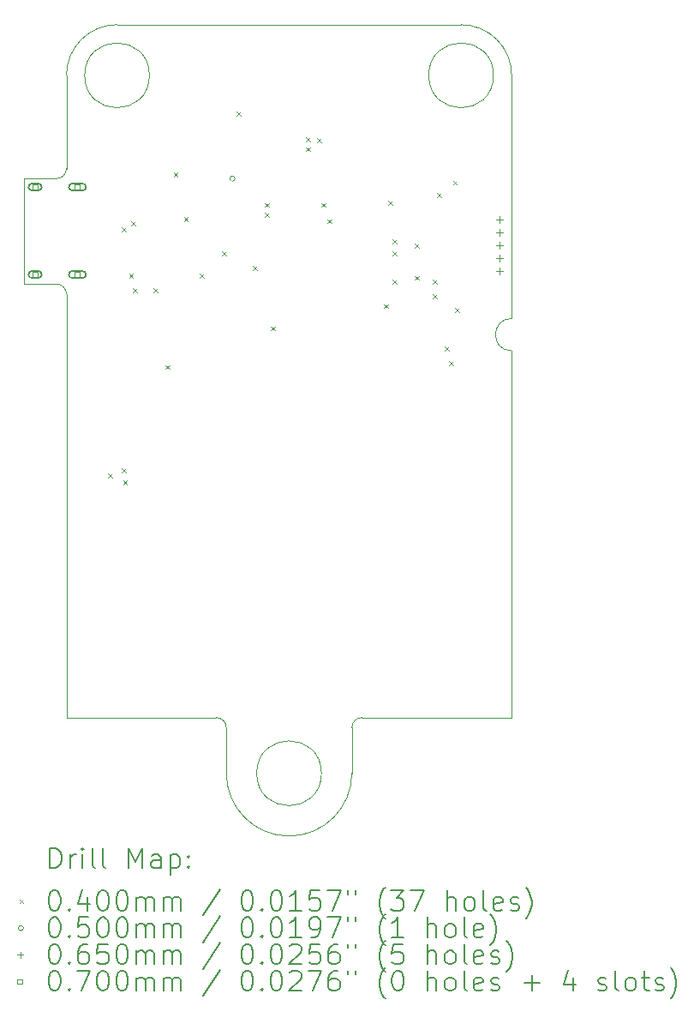
<source format=gbr>
%TF.GenerationSoftware,KiCad,Pcbnew,7.0.6-7.0.6~ubuntu20.04.1*%
%TF.CreationDate,2023-08-02T11:15:23+01:00*%
%TF.ProjectId,concept2creation,636f6e63-6570-4743-9263-72656174696f,rev?*%
%TF.SameCoordinates,Original*%
%TF.FileFunction,Drillmap*%
%TF.FilePolarity,Positive*%
%FSLAX45Y45*%
G04 Gerber Fmt 4.5, Leading zero omitted, Abs format (unit mm)*
G04 Created by KiCad (PCBNEW 7.0.6-7.0.6~ubuntu20.04.1) date 2023-08-02 11:15:23*
%MOMM*%
%LPD*%
G01*
G04 APERTURE LIST*
%ADD10C,0.100000*%
%ADD11C,0.200000*%
%ADD12C,0.040000*%
%ADD13C,0.050000*%
%ADD14C,0.065000*%
%ADD15C,0.070000*%
G04 APERTURE END LIST*
D10*
X2380000Y-7980000D02*
X2380000Y-9020000D01*
X4380000Y-13850000D02*
G75*
G03*
X5620000Y-13850000I620000J0D01*
G01*
X2800000Y-9120000D02*
G75*
G03*
X2700000Y-9020000I-100000J0D01*
G01*
X2800000Y-13300000D02*
X4280000Y-13300000D01*
X5720000Y-13300000D02*
X7200000Y-13300000D01*
X5720000Y-13300000D02*
G75*
G03*
X5620000Y-13400000I0J-100000D01*
G01*
X7200000Y-6960000D02*
G75*
G03*
X6700000Y-6460000I-500000J0D01*
G01*
X4380000Y-13400000D02*
G75*
G03*
X4280000Y-13300000I-100000J0D01*
G01*
X5620000Y-13850000D02*
X5620000Y-13400000D01*
X7020000Y-6960000D02*
G75*
G03*
X7020000Y-6960000I-320000J0D01*
G01*
X5320000Y-13850000D02*
G75*
G03*
X5320000Y-13850000I-320000J0D01*
G01*
X3620000Y-6960000D02*
G75*
G03*
X3620000Y-6960000I-320000J0D01*
G01*
X2800000Y-6960000D02*
X2800000Y-7880000D01*
X2800000Y-9120000D02*
X2800000Y-13300000D01*
X7200000Y-9360000D02*
G75*
G03*
X7200000Y-9680000I0J-160000D01*
G01*
X7200000Y-9360000D02*
X7200000Y-6960000D01*
X2700000Y-7980000D02*
X2380000Y-7980000D01*
X2380000Y-9020000D02*
X2700000Y-9020000D01*
X2700000Y-7980000D02*
G75*
G03*
X2800000Y-7880000I0J100000D01*
G01*
X4380000Y-13850000D02*
X4380000Y-13400000D01*
X6700000Y-6460000D02*
X3300000Y-6460000D01*
X7200000Y-13300000D02*
X7200000Y-9680000D01*
X3300000Y-6460000D02*
G75*
G03*
X2800000Y-6960000I0J-500000D01*
G01*
D11*
D12*
X3211413Y-10893741D02*
X3251413Y-10933741D01*
X3251413Y-10893741D02*
X3211413Y-10933741D01*
X3348950Y-8460000D02*
X3388950Y-8500000D01*
X3388950Y-8460000D02*
X3348950Y-8500000D01*
X3348950Y-10840000D02*
X3388950Y-10880000D01*
X3388950Y-10840000D02*
X3348950Y-10880000D01*
X3360000Y-10960000D02*
X3400000Y-11000000D01*
X3400000Y-10960000D02*
X3360000Y-11000000D01*
X3420000Y-8920000D02*
X3460000Y-8960000D01*
X3460000Y-8920000D02*
X3420000Y-8960000D01*
X3440000Y-8400000D02*
X3480000Y-8440000D01*
X3480000Y-8400000D02*
X3440000Y-8440000D01*
X3460000Y-9060000D02*
X3500000Y-9100000D01*
X3500000Y-9060000D02*
X3460000Y-9100000D01*
X3660000Y-9060000D02*
X3700000Y-9100000D01*
X3700000Y-9060000D02*
X3660000Y-9100000D01*
X3780000Y-9820000D02*
X3820000Y-9860000D01*
X3820000Y-9820000D02*
X3780000Y-9860000D01*
X3860000Y-7920000D02*
X3900000Y-7960000D01*
X3900000Y-7920000D02*
X3860000Y-7960000D01*
X3960000Y-8360000D02*
X4000000Y-8400000D01*
X4000000Y-8360000D02*
X3960000Y-8400000D01*
X4120000Y-8920000D02*
X4160000Y-8960000D01*
X4160000Y-8920000D02*
X4120000Y-8960000D01*
X4340000Y-8700000D02*
X4380000Y-8740000D01*
X4380000Y-8700000D02*
X4340000Y-8740000D01*
X4480000Y-7320000D02*
X4520000Y-7360000D01*
X4520000Y-7320000D02*
X4480000Y-7360000D01*
X4640000Y-8840000D02*
X4680000Y-8880000D01*
X4680000Y-8840000D02*
X4640000Y-8880000D01*
X4760000Y-8220000D02*
X4800000Y-8260000D01*
X4800000Y-8220000D02*
X4760000Y-8260000D01*
X4760000Y-8320000D02*
X4800000Y-8360000D01*
X4800000Y-8320000D02*
X4760000Y-8360000D01*
X4820000Y-9440000D02*
X4860000Y-9480000D01*
X4860000Y-9440000D02*
X4820000Y-9480000D01*
X5164278Y-7669336D02*
X5204278Y-7709336D01*
X5204278Y-7669336D02*
X5164278Y-7709336D01*
X5169477Y-7570523D02*
X5209477Y-7610523D01*
X5209477Y-7570523D02*
X5169477Y-7610523D01*
X5280000Y-7580000D02*
X5320000Y-7620000D01*
X5320000Y-7580000D02*
X5280000Y-7620000D01*
X5320000Y-8220000D02*
X5360000Y-8260000D01*
X5360000Y-8220000D02*
X5320000Y-8260000D01*
X5380000Y-8380000D02*
X5420000Y-8420000D01*
X5420000Y-8380000D02*
X5380000Y-8420000D01*
X5940000Y-9220000D02*
X5980000Y-9260000D01*
X5980000Y-9220000D02*
X5940000Y-9260000D01*
X5980000Y-8200000D02*
X6020000Y-8240000D01*
X6020000Y-8200000D02*
X5980000Y-8240000D01*
X6020000Y-8580000D02*
X6060000Y-8620000D01*
X6060000Y-8580000D02*
X6020000Y-8620000D01*
X6020000Y-8700000D02*
X6060000Y-8740000D01*
X6060000Y-8700000D02*
X6020000Y-8740000D01*
X6020000Y-8980000D02*
X6060000Y-9020000D01*
X6060000Y-8980000D02*
X6020000Y-9020000D01*
X6240000Y-8620000D02*
X6280000Y-8660000D01*
X6280000Y-8620000D02*
X6240000Y-8660000D01*
X6240000Y-8940000D02*
X6280000Y-8980000D01*
X6280000Y-8940000D02*
X6240000Y-8980000D01*
X6420000Y-8980000D02*
X6460000Y-9020000D01*
X6460000Y-8980000D02*
X6420000Y-9020000D01*
X6420000Y-9120000D02*
X6460000Y-9160000D01*
X6460000Y-9120000D02*
X6420000Y-9160000D01*
X6460000Y-8123950D02*
X6500000Y-8163950D01*
X6500000Y-8123950D02*
X6460000Y-8163950D01*
X6540000Y-9640000D02*
X6580000Y-9680000D01*
X6580000Y-9640000D02*
X6540000Y-9680000D01*
X6579477Y-9780523D02*
X6619477Y-9820523D01*
X6619477Y-9780523D02*
X6579477Y-9820523D01*
X6620000Y-8000000D02*
X6660000Y-8040000D01*
X6660000Y-8000000D02*
X6620000Y-8040000D01*
X6640000Y-9260000D02*
X6680000Y-9300000D01*
X6680000Y-9260000D02*
X6640000Y-9300000D01*
D13*
X4465000Y-7980000D02*
G75*
G03*
X4465000Y-7980000I-25000J0D01*
G01*
D14*
X7080000Y-8353500D02*
X7080000Y-8418500D01*
X7047500Y-8386000D02*
X7112500Y-8386000D01*
X7080000Y-8480500D02*
X7080000Y-8545500D01*
X7047500Y-8513000D02*
X7112500Y-8513000D01*
X7080000Y-8607500D02*
X7080000Y-8672500D01*
X7047500Y-8640000D02*
X7112500Y-8640000D01*
X7080000Y-8734500D02*
X7080000Y-8799500D01*
X7047500Y-8767000D02*
X7112500Y-8767000D01*
X7080000Y-8861500D02*
X7080000Y-8926500D01*
X7047500Y-8894000D02*
X7112500Y-8894000D01*
D15*
X2515249Y-8087749D02*
X2515249Y-8038251D01*
X2465751Y-8038251D01*
X2465751Y-8087749D01*
X2515249Y-8087749D01*
D11*
X2520500Y-8028000D02*
X2460500Y-8028000D01*
X2460500Y-8028000D02*
G75*
G03*
X2460500Y-8098000I0J-35000D01*
G01*
X2460500Y-8098000D02*
X2520500Y-8098000D01*
X2520500Y-8098000D02*
G75*
G03*
X2520500Y-8028000I0J35000D01*
G01*
D15*
X2515249Y-8951749D02*
X2515249Y-8902251D01*
X2465751Y-8902251D01*
X2465751Y-8951749D01*
X2515249Y-8951749D01*
D11*
X2520500Y-8892000D02*
X2460500Y-8892000D01*
X2460500Y-8892000D02*
G75*
G03*
X2460500Y-8962000I0J-35000D01*
G01*
X2460500Y-8962000D02*
X2520500Y-8962000D01*
X2520500Y-8962000D02*
G75*
G03*
X2520500Y-8892000I0J35000D01*
G01*
D15*
X2933249Y-8087749D02*
X2933249Y-8038251D01*
X2883751Y-8038251D01*
X2883751Y-8087749D01*
X2933249Y-8087749D01*
D11*
X2958500Y-8028000D02*
X2858500Y-8028000D01*
X2858500Y-8028000D02*
G75*
G03*
X2858500Y-8098000I0J-35000D01*
G01*
X2858500Y-8098000D02*
X2958500Y-8098000D01*
X2958500Y-8098000D02*
G75*
G03*
X2958500Y-8028000I0J35000D01*
G01*
D15*
X2933249Y-8951749D02*
X2933249Y-8902251D01*
X2883751Y-8902251D01*
X2883751Y-8951749D01*
X2933249Y-8951749D01*
D11*
X2958500Y-8892000D02*
X2858500Y-8892000D01*
X2858500Y-8892000D02*
G75*
G03*
X2858500Y-8962000I0J-35000D01*
G01*
X2858500Y-8962000D02*
X2958500Y-8962000D01*
X2958500Y-8962000D02*
G75*
G03*
X2958500Y-8892000I0J35000D01*
G01*
X2635777Y-14786484D02*
X2635777Y-14586484D01*
X2635777Y-14586484D02*
X2683396Y-14586484D01*
X2683396Y-14586484D02*
X2711967Y-14596008D01*
X2711967Y-14596008D02*
X2731015Y-14615055D01*
X2731015Y-14615055D02*
X2740539Y-14634103D01*
X2740539Y-14634103D02*
X2750063Y-14672198D01*
X2750063Y-14672198D02*
X2750063Y-14700769D01*
X2750063Y-14700769D02*
X2740539Y-14738865D01*
X2740539Y-14738865D02*
X2731015Y-14757912D01*
X2731015Y-14757912D02*
X2711967Y-14776960D01*
X2711967Y-14776960D02*
X2683396Y-14786484D01*
X2683396Y-14786484D02*
X2635777Y-14786484D01*
X2835777Y-14786484D02*
X2835777Y-14653150D01*
X2835777Y-14691246D02*
X2845301Y-14672198D01*
X2845301Y-14672198D02*
X2854824Y-14662674D01*
X2854824Y-14662674D02*
X2873872Y-14653150D01*
X2873872Y-14653150D02*
X2892920Y-14653150D01*
X2959586Y-14786484D02*
X2959586Y-14653150D01*
X2959586Y-14586484D02*
X2950062Y-14596008D01*
X2950062Y-14596008D02*
X2959586Y-14605531D01*
X2959586Y-14605531D02*
X2969110Y-14596008D01*
X2969110Y-14596008D02*
X2959586Y-14586484D01*
X2959586Y-14586484D02*
X2959586Y-14605531D01*
X3083396Y-14786484D02*
X3064348Y-14776960D01*
X3064348Y-14776960D02*
X3054824Y-14757912D01*
X3054824Y-14757912D02*
X3054824Y-14586484D01*
X3188158Y-14786484D02*
X3169110Y-14776960D01*
X3169110Y-14776960D02*
X3159586Y-14757912D01*
X3159586Y-14757912D02*
X3159586Y-14586484D01*
X3416729Y-14786484D02*
X3416729Y-14586484D01*
X3416729Y-14586484D02*
X3483396Y-14729341D01*
X3483396Y-14729341D02*
X3550062Y-14586484D01*
X3550062Y-14586484D02*
X3550062Y-14786484D01*
X3731015Y-14786484D02*
X3731015Y-14681722D01*
X3731015Y-14681722D02*
X3721491Y-14662674D01*
X3721491Y-14662674D02*
X3702443Y-14653150D01*
X3702443Y-14653150D02*
X3664348Y-14653150D01*
X3664348Y-14653150D02*
X3645301Y-14662674D01*
X3731015Y-14776960D02*
X3711967Y-14786484D01*
X3711967Y-14786484D02*
X3664348Y-14786484D01*
X3664348Y-14786484D02*
X3645301Y-14776960D01*
X3645301Y-14776960D02*
X3635777Y-14757912D01*
X3635777Y-14757912D02*
X3635777Y-14738865D01*
X3635777Y-14738865D02*
X3645301Y-14719817D01*
X3645301Y-14719817D02*
X3664348Y-14710293D01*
X3664348Y-14710293D02*
X3711967Y-14710293D01*
X3711967Y-14710293D02*
X3731015Y-14700769D01*
X3826253Y-14653150D02*
X3826253Y-14853150D01*
X3826253Y-14662674D02*
X3845301Y-14653150D01*
X3845301Y-14653150D02*
X3883396Y-14653150D01*
X3883396Y-14653150D02*
X3902443Y-14662674D01*
X3902443Y-14662674D02*
X3911967Y-14672198D01*
X3911967Y-14672198D02*
X3921491Y-14691246D01*
X3921491Y-14691246D02*
X3921491Y-14748388D01*
X3921491Y-14748388D02*
X3911967Y-14767436D01*
X3911967Y-14767436D02*
X3902443Y-14776960D01*
X3902443Y-14776960D02*
X3883396Y-14786484D01*
X3883396Y-14786484D02*
X3845301Y-14786484D01*
X3845301Y-14786484D02*
X3826253Y-14776960D01*
X4007205Y-14767436D02*
X4016729Y-14776960D01*
X4016729Y-14776960D02*
X4007205Y-14786484D01*
X4007205Y-14786484D02*
X3997682Y-14776960D01*
X3997682Y-14776960D02*
X4007205Y-14767436D01*
X4007205Y-14767436D02*
X4007205Y-14786484D01*
X4007205Y-14662674D02*
X4016729Y-14672198D01*
X4016729Y-14672198D02*
X4007205Y-14681722D01*
X4007205Y-14681722D02*
X3997682Y-14672198D01*
X3997682Y-14672198D02*
X4007205Y-14662674D01*
X4007205Y-14662674D02*
X4007205Y-14681722D01*
D12*
X2335000Y-15095000D02*
X2375000Y-15135000D01*
X2375000Y-15095000D02*
X2335000Y-15135000D01*
D11*
X2673872Y-15006484D02*
X2692920Y-15006484D01*
X2692920Y-15006484D02*
X2711967Y-15016008D01*
X2711967Y-15016008D02*
X2721491Y-15025531D01*
X2721491Y-15025531D02*
X2731015Y-15044579D01*
X2731015Y-15044579D02*
X2740539Y-15082674D01*
X2740539Y-15082674D02*
X2740539Y-15130293D01*
X2740539Y-15130293D02*
X2731015Y-15168388D01*
X2731015Y-15168388D02*
X2721491Y-15187436D01*
X2721491Y-15187436D02*
X2711967Y-15196960D01*
X2711967Y-15196960D02*
X2692920Y-15206484D01*
X2692920Y-15206484D02*
X2673872Y-15206484D01*
X2673872Y-15206484D02*
X2654824Y-15196960D01*
X2654824Y-15196960D02*
X2645301Y-15187436D01*
X2645301Y-15187436D02*
X2635777Y-15168388D01*
X2635777Y-15168388D02*
X2626253Y-15130293D01*
X2626253Y-15130293D02*
X2626253Y-15082674D01*
X2626253Y-15082674D02*
X2635777Y-15044579D01*
X2635777Y-15044579D02*
X2645301Y-15025531D01*
X2645301Y-15025531D02*
X2654824Y-15016008D01*
X2654824Y-15016008D02*
X2673872Y-15006484D01*
X2826253Y-15187436D02*
X2835777Y-15196960D01*
X2835777Y-15196960D02*
X2826253Y-15206484D01*
X2826253Y-15206484D02*
X2816729Y-15196960D01*
X2816729Y-15196960D02*
X2826253Y-15187436D01*
X2826253Y-15187436D02*
X2826253Y-15206484D01*
X3007205Y-15073150D02*
X3007205Y-15206484D01*
X2959586Y-14996960D02*
X2911967Y-15139817D01*
X2911967Y-15139817D02*
X3035777Y-15139817D01*
X3150062Y-15006484D02*
X3169110Y-15006484D01*
X3169110Y-15006484D02*
X3188158Y-15016008D01*
X3188158Y-15016008D02*
X3197682Y-15025531D01*
X3197682Y-15025531D02*
X3207205Y-15044579D01*
X3207205Y-15044579D02*
X3216729Y-15082674D01*
X3216729Y-15082674D02*
X3216729Y-15130293D01*
X3216729Y-15130293D02*
X3207205Y-15168388D01*
X3207205Y-15168388D02*
X3197682Y-15187436D01*
X3197682Y-15187436D02*
X3188158Y-15196960D01*
X3188158Y-15196960D02*
X3169110Y-15206484D01*
X3169110Y-15206484D02*
X3150062Y-15206484D01*
X3150062Y-15206484D02*
X3131015Y-15196960D01*
X3131015Y-15196960D02*
X3121491Y-15187436D01*
X3121491Y-15187436D02*
X3111967Y-15168388D01*
X3111967Y-15168388D02*
X3102443Y-15130293D01*
X3102443Y-15130293D02*
X3102443Y-15082674D01*
X3102443Y-15082674D02*
X3111967Y-15044579D01*
X3111967Y-15044579D02*
X3121491Y-15025531D01*
X3121491Y-15025531D02*
X3131015Y-15016008D01*
X3131015Y-15016008D02*
X3150062Y-15006484D01*
X3340539Y-15006484D02*
X3359586Y-15006484D01*
X3359586Y-15006484D02*
X3378634Y-15016008D01*
X3378634Y-15016008D02*
X3388158Y-15025531D01*
X3388158Y-15025531D02*
X3397682Y-15044579D01*
X3397682Y-15044579D02*
X3407205Y-15082674D01*
X3407205Y-15082674D02*
X3407205Y-15130293D01*
X3407205Y-15130293D02*
X3397682Y-15168388D01*
X3397682Y-15168388D02*
X3388158Y-15187436D01*
X3388158Y-15187436D02*
X3378634Y-15196960D01*
X3378634Y-15196960D02*
X3359586Y-15206484D01*
X3359586Y-15206484D02*
X3340539Y-15206484D01*
X3340539Y-15206484D02*
X3321491Y-15196960D01*
X3321491Y-15196960D02*
X3311967Y-15187436D01*
X3311967Y-15187436D02*
X3302443Y-15168388D01*
X3302443Y-15168388D02*
X3292920Y-15130293D01*
X3292920Y-15130293D02*
X3292920Y-15082674D01*
X3292920Y-15082674D02*
X3302443Y-15044579D01*
X3302443Y-15044579D02*
X3311967Y-15025531D01*
X3311967Y-15025531D02*
X3321491Y-15016008D01*
X3321491Y-15016008D02*
X3340539Y-15006484D01*
X3492920Y-15206484D02*
X3492920Y-15073150D01*
X3492920Y-15092198D02*
X3502443Y-15082674D01*
X3502443Y-15082674D02*
X3521491Y-15073150D01*
X3521491Y-15073150D02*
X3550063Y-15073150D01*
X3550063Y-15073150D02*
X3569110Y-15082674D01*
X3569110Y-15082674D02*
X3578634Y-15101722D01*
X3578634Y-15101722D02*
X3578634Y-15206484D01*
X3578634Y-15101722D02*
X3588158Y-15082674D01*
X3588158Y-15082674D02*
X3607205Y-15073150D01*
X3607205Y-15073150D02*
X3635777Y-15073150D01*
X3635777Y-15073150D02*
X3654824Y-15082674D01*
X3654824Y-15082674D02*
X3664348Y-15101722D01*
X3664348Y-15101722D02*
X3664348Y-15206484D01*
X3759586Y-15206484D02*
X3759586Y-15073150D01*
X3759586Y-15092198D02*
X3769110Y-15082674D01*
X3769110Y-15082674D02*
X3788158Y-15073150D01*
X3788158Y-15073150D02*
X3816729Y-15073150D01*
X3816729Y-15073150D02*
X3835777Y-15082674D01*
X3835777Y-15082674D02*
X3845301Y-15101722D01*
X3845301Y-15101722D02*
X3845301Y-15206484D01*
X3845301Y-15101722D02*
X3854824Y-15082674D01*
X3854824Y-15082674D02*
X3873872Y-15073150D01*
X3873872Y-15073150D02*
X3902443Y-15073150D01*
X3902443Y-15073150D02*
X3921491Y-15082674D01*
X3921491Y-15082674D02*
X3931015Y-15101722D01*
X3931015Y-15101722D02*
X3931015Y-15206484D01*
X4321491Y-14996960D02*
X4150063Y-15254103D01*
X4578634Y-15006484D02*
X4597682Y-15006484D01*
X4597682Y-15006484D02*
X4616729Y-15016008D01*
X4616729Y-15016008D02*
X4626253Y-15025531D01*
X4626253Y-15025531D02*
X4635777Y-15044579D01*
X4635777Y-15044579D02*
X4645301Y-15082674D01*
X4645301Y-15082674D02*
X4645301Y-15130293D01*
X4645301Y-15130293D02*
X4635777Y-15168388D01*
X4635777Y-15168388D02*
X4626253Y-15187436D01*
X4626253Y-15187436D02*
X4616729Y-15196960D01*
X4616729Y-15196960D02*
X4597682Y-15206484D01*
X4597682Y-15206484D02*
X4578634Y-15206484D01*
X4578634Y-15206484D02*
X4559587Y-15196960D01*
X4559587Y-15196960D02*
X4550063Y-15187436D01*
X4550063Y-15187436D02*
X4540539Y-15168388D01*
X4540539Y-15168388D02*
X4531015Y-15130293D01*
X4531015Y-15130293D02*
X4531015Y-15082674D01*
X4531015Y-15082674D02*
X4540539Y-15044579D01*
X4540539Y-15044579D02*
X4550063Y-15025531D01*
X4550063Y-15025531D02*
X4559587Y-15016008D01*
X4559587Y-15016008D02*
X4578634Y-15006484D01*
X4731015Y-15187436D02*
X4740539Y-15196960D01*
X4740539Y-15196960D02*
X4731015Y-15206484D01*
X4731015Y-15206484D02*
X4721491Y-15196960D01*
X4721491Y-15196960D02*
X4731015Y-15187436D01*
X4731015Y-15187436D02*
X4731015Y-15206484D01*
X4864348Y-15006484D02*
X4883396Y-15006484D01*
X4883396Y-15006484D02*
X4902444Y-15016008D01*
X4902444Y-15016008D02*
X4911968Y-15025531D01*
X4911968Y-15025531D02*
X4921491Y-15044579D01*
X4921491Y-15044579D02*
X4931015Y-15082674D01*
X4931015Y-15082674D02*
X4931015Y-15130293D01*
X4931015Y-15130293D02*
X4921491Y-15168388D01*
X4921491Y-15168388D02*
X4911968Y-15187436D01*
X4911968Y-15187436D02*
X4902444Y-15196960D01*
X4902444Y-15196960D02*
X4883396Y-15206484D01*
X4883396Y-15206484D02*
X4864348Y-15206484D01*
X4864348Y-15206484D02*
X4845301Y-15196960D01*
X4845301Y-15196960D02*
X4835777Y-15187436D01*
X4835777Y-15187436D02*
X4826253Y-15168388D01*
X4826253Y-15168388D02*
X4816729Y-15130293D01*
X4816729Y-15130293D02*
X4816729Y-15082674D01*
X4816729Y-15082674D02*
X4826253Y-15044579D01*
X4826253Y-15044579D02*
X4835777Y-15025531D01*
X4835777Y-15025531D02*
X4845301Y-15016008D01*
X4845301Y-15016008D02*
X4864348Y-15006484D01*
X5121491Y-15206484D02*
X5007206Y-15206484D01*
X5064348Y-15206484D02*
X5064348Y-15006484D01*
X5064348Y-15006484D02*
X5045301Y-15035055D01*
X5045301Y-15035055D02*
X5026253Y-15054103D01*
X5026253Y-15054103D02*
X5007206Y-15063627D01*
X5302444Y-15006484D02*
X5207206Y-15006484D01*
X5207206Y-15006484D02*
X5197682Y-15101722D01*
X5197682Y-15101722D02*
X5207206Y-15092198D01*
X5207206Y-15092198D02*
X5226253Y-15082674D01*
X5226253Y-15082674D02*
X5273872Y-15082674D01*
X5273872Y-15082674D02*
X5292920Y-15092198D01*
X5292920Y-15092198D02*
X5302444Y-15101722D01*
X5302444Y-15101722D02*
X5311968Y-15120769D01*
X5311968Y-15120769D02*
X5311968Y-15168388D01*
X5311968Y-15168388D02*
X5302444Y-15187436D01*
X5302444Y-15187436D02*
X5292920Y-15196960D01*
X5292920Y-15196960D02*
X5273872Y-15206484D01*
X5273872Y-15206484D02*
X5226253Y-15206484D01*
X5226253Y-15206484D02*
X5207206Y-15196960D01*
X5207206Y-15196960D02*
X5197682Y-15187436D01*
X5378634Y-15006484D02*
X5511968Y-15006484D01*
X5511968Y-15006484D02*
X5426253Y-15206484D01*
X5578634Y-15006484D02*
X5578634Y-15044579D01*
X5654825Y-15006484D02*
X5654825Y-15044579D01*
X5950063Y-15282674D02*
X5940539Y-15273150D01*
X5940539Y-15273150D02*
X5921491Y-15244579D01*
X5921491Y-15244579D02*
X5911968Y-15225531D01*
X5911968Y-15225531D02*
X5902444Y-15196960D01*
X5902444Y-15196960D02*
X5892920Y-15149341D01*
X5892920Y-15149341D02*
X5892920Y-15111246D01*
X5892920Y-15111246D02*
X5902444Y-15063627D01*
X5902444Y-15063627D02*
X5911968Y-15035055D01*
X5911968Y-15035055D02*
X5921491Y-15016008D01*
X5921491Y-15016008D02*
X5940539Y-14987436D01*
X5940539Y-14987436D02*
X5950063Y-14977912D01*
X6007206Y-15006484D02*
X6131015Y-15006484D01*
X6131015Y-15006484D02*
X6064348Y-15082674D01*
X6064348Y-15082674D02*
X6092920Y-15082674D01*
X6092920Y-15082674D02*
X6111968Y-15092198D01*
X6111968Y-15092198D02*
X6121491Y-15101722D01*
X6121491Y-15101722D02*
X6131015Y-15120769D01*
X6131015Y-15120769D02*
X6131015Y-15168388D01*
X6131015Y-15168388D02*
X6121491Y-15187436D01*
X6121491Y-15187436D02*
X6111968Y-15196960D01*
X6111968Y-15196960D02*
X6092920Y-15206484D01*
X6092920Y-15206484D02*
X6035777Y-15206484D01*
X6035777Y-15206484D02*
X6016729Y-15196960D01*
X6016729Y-15196960D02*
X6007206Y-15187436D01*
X6197682Y-15006484D02*
X6331015Y-15006484D01*
X6331015Y-15006484D02*
X6245301Y-15206484D01*
X6559587Y-15206484D02*
X6559587Y-15006484D01*
X6645301Y-15206484D02*
X6645301Y-15101722D01*
X6645301Y-15101722D02*
X6635777Y-15082674D01*
X6635777Y-15082674D02*
X6616730Y-15073150D01*
X6616730Y-15073150D02*
X6588158Y-15073150D01*
X6588158Y-15073150D02*
X6569110Y-15082674D01*
X6569110Y-15082674D02*
X6559587Y-15092198D01*
X6769110Y-15206484D02*
X6750063Y-15196960D01*
X6750063Y-15196960D02*
X6740539Y-15187436D01*
X6740539Y-15187436D02*
X6731015Y-15168388D01*
X6731015Y-15168388D02*
X6731015Y-15111246D01*
X6731015Y-15111246D02*
X6740539Y-15092198D01*
X6740539Y-15092198D02*
X6750063Y-15082674D01*
X6750063Y-15082674D02*
X6769110Y-15073150D01*
X6769110Y-15073150D02*
X6797682Y-15073150D01*
X6797682Y-15073150D02*
X6816730Y-15082674D01*
X6816730Y-15082674D02*
X6826253Y-15092198D01*
X6826253Y-15092198D02*
X6835777Y-15111246D01*
X6835777Y-15111246D02*
X6835777Y-15168388D01*
X6835777Y-15168388D02*
X6826253Y-15187436D01*
X6826253Y-15187436D02*
X6816730Y-15196960D01*
X6816730Y-15196960D02*
X6797682Y-15206484D01*
X6797682Y-15206484D02*
X6769110Y-15206484D01*
X6950063Y-15206484D02*
X6931015Y-15196960D01*
X6931015Y-15196960D02*
X6921491Y-15177912D01*
X6921491Y-15177912D02*
X6921491Y-15006484D01*
X7102444Y-15196960D02*
X7083396Y-15206484D01*
X7083396Y-15206484D02*
X7045301Y-15206484D01*
X7045301Y-15206484D02*
X7026253Y-15196960D01*
X7026253Y-15196960D02*
X7016730Y-15177912D01*
X7016730Y-15177912D02*
X7016730Y-15101722D01*
X7016730Y-15101722D02*
X7026253Y-15082674D01*
X7026253Y-15082674D02*
X7045301Y-15073150D01*
X7045301Y-15073150D02*
X7083396Y-15073150D01*
X7083396Y-15073150D02*
X7102444Y-15082674D01*
X7102444Y-15082674D02*
X7111968Y-15101722D01*
X7111968Y-15101722D02*
X7111968Y-15120769D01*
X7111968Y-15120769D02*
X7016730Y-15139817D01*
X7188158Y-15196960D02*
X7207206Y-15206484D01*
X7207206Y-15206484D02*
X7245301Y-15206484D01*
X7245301Y-15206484D02*
X7264349Y-15196960D01*
X7264349Y-15196960D02*
X7273872Y-15177912D01*
X7273872Y-15177912D02*
X7273872Y-15168388D01*
X7273872Y-15168388D02*
X7264349Y-15149341D01*
X7264349Y-15149341D02*
X7245301Y-15139817D01*
X7245301Y-15139817D02*
X7216730Y-15139817D01*
X7216730Y-15139817D02*
X7197682Y-15130293D01*
X7197682Y-15130293D02*
X7188158Y-15111246D01*
X7188158Y-15111246D02*
X7188158Y-15101722D01*
X7188158Y-15101722D02*
X7197682Y-15082674D01*
X7197682Y-15082674D02*
X7216730Y-15073150D01*
X7216730Y-15073150D02*
X7245301Y-15073150D01*
X7245301Y-15073150D02*
X7264349Y-15082674D01*
X7340539Y-15282674D02*
X7350063Y-15273150D01*
X7350063Y-15273150D02*
X7369111Y-15244579D01*
X7369111Y-15244579D02*
X7378634Y-15225531D01*
X7378634Y-15225531D02*
X7388158Y-15196960D01*
X7388158Y-15196960D02*
X7397682Y-15149341D01*
X7397682Y-15149341D02*
X7397682Y-15111246D01*
X7397682Y-15111246D02*
X7388158Y-15063627D01*
X7388158Y-15063627D02*
X7378634Y-15035055D01*
X7378634Y-15035055D02*
X7369111Y-15016008D01*
X7369111Y-15016008D02*
X7350063Y-14987436D01*
X7350063Y-14987436D02*
X7340539Y-14977912D01*
D13*
X2375000Y-15379000D02*
G75*
G03*
X2375000Y-15379000I-25000J0D01*
G01*
D11*
X2673872Y-15270484D02*
X2692920Y-15270484D01*
X2692920Y-15270484D02*
X2711967Y-15280008D01*
X2711967Y-15280008D02*
X2721491Y-15289531D01*
X2721491Y-15289531D02*
X2731015Y-15308579D01*
X2731015Y-15308579D02*
X2740539Y-15346674D01*
X2740539Y-15346674D02*
X2740539Y-15394293D01*
X2740539Y-15394293D02*
X2731015Y-15432388D01*
X2731015Y-15432388D02*
X2721491Y-15451436D01*
X2721491Y-15451436D02*
X2711967Y-15460960D01*
X2711967Y-15460960D02*
X2692920Y-15470484D01*
X2692920Y-15470484D02*
X2673872Y-15470484D01*
X2673872Y-15470484D02*
X2654824Y-15460960D01*
X2654824Y-15460960D02*
X2645301Y-15451436D01*
X2645301Y-15451436D02*
X2635777Y-15432388D01*
X2635777Y-15432388D02*
X2626253Y-15394293D01*
X2626253Y-15394293D02*
X2626253Y-15346674D01*
X2626253Y-15346674D02*
X2635777Y-15308579D01*
X2635777Y-15308579D02*
X2645301Y-15289531D01*
X2645301Y-15289531D02*
X2654824Y-15280008D01*
X2654824Y-15280008D02*
X2673872Y-15270484D01*
X2826253Y-15451436D02*
X2835777Y-15460960D01*
X2835777Y-15460960D02*
X2826253Y-15470484D01*
X2826253Y-15470484D02*
X2816729Y-15460960D01*
X2816729Y-15460960D02*
X2826253Y-15451436D01*
X2826253Y-15451436D02*
X2826253Y-15470484D01*
X3016729Y-15270484D02*
X2921491Y-15270484D01*
X2921491Y-15270484D02*
X2911967Y-15365722D01*
X2911967Y-15365722D02*
X2921491Y-15356198D01*
X2921491Y-15356198D02*
X2940539Y-15346674D01*
X2940539Y-15346674D02*
X2988158Y-15346674D01*
X2988158Y-15346674D02*
X3007205Y-15356198D01*
X3007205Y-15356198D02*
X3016729Y-15365722D01*
X3016729Y-15365722D02*
X3026253Y-15384769D01*
X3026253Y-15384769D02*
X3026253Y-15432388D01*
X3026253Y-15432388D02*
X3016729Y-15451436D01*
X3016729Y-15451436D02*
X3007205Y-15460960D01*
X3007205Y-15460960D02*
X2988158Y-15470484D01*
X2988158Y-15470484D02*
X2940539Y-15470484D01*
X2940539Y-15470484D02*
X2921491Y-15460960D01*
X2921491Y-15460960D02*
X2911967Y-15451436D01*
X3150062Y-15270484D02*
X3169110Y-15270484D01*
X3169110Y-15270484D02*
X3188158Y-15280008D01*
X3188158Y-15280008D02*
X3197682Y-15289531D01*
X3197682Y-15289531D02*
X3207205Y-15308579D01*
X3207205Y-15308579D02*
X3216729Y-15346674D01*
X3216729Y-15346674D02*
X3216729Y-15394293D01*
X3216729Y-15394293D02*
X3207205Y-15432388D01*
X3207205Y-15432388D02*
X3197682Y-15451436D01*
X3197682Y-15451436D02*
X3188158Y-15460960D01*
X3188158Y-15460960D02*
X3169110Y-15470484D01*
X3169110Y-15470484D02*
X3150062Y-15470484D01*
X3150062Y-15470484D02*
X3131015Y-15460960D01*
X3131015Y-15460960D02*
X3121491Y-15451436D01*
X3121491Y-15451436D02*
X3111967Y-15432388D01*
X3111967Y-15432388D02*
X3102443Y-15394293D01*
X3102443Y-15394293D02*
X3102443Y-15346674D01*
X3102443Y-15346674D02*
X3111967Y-15308579D01*
X3111967Y-15308579D02*
X3121491Y-15289531D01*
X3121491Y-15289531D02*
X3131015Y-15280008D01*
X3131015Y-15280008D02*
X3150062Y-15270484D01*
X3340539Y-15270484D02*
X3359586Y-15270484D01*
X3359586Y-15270484D02*
X3378634Y-15280008D01*
X3378634Y-15280008D02*
X3388158Y-15289531D01*
X3388158Y-15289531D02*
X3397682Y-15308579D01*
X3397682Y-15308579D02*
X3407205Y-15346674D01*
X3407205Y-15346674D02*
X3407205Y-15394293D01*
X3407205Y-15394293D02*
X3397682Y-15432388D01*
X3397682Y-15432388D02*
X3388158Y-15451436D01*
X3388158Y-15451436D02*
X3378634Y-15460960D01*
X3378634Y-15460960D02*
X3359586Y-15470484D01*
X3359586Y-15470484D02*
X3340539Y-15470484D01*
X3340539Y-15470484D02*
X3321491Y-15460960D01*
X3321491Y-15460960D02*
X3311967Y-15451436D01*
X3311967Y-15451436D02*
X3302443Y-15432388D01*
X3302443Y-15432388D02*
X3292920Y-15394293D01*
X3292920Y-15394293D02*
X3292920Y-15346674D01*
X3292920Y-15346674D02*
X3302443Y-15308579D01*
X3302443Y-15308579D02*
X3311967Y-15289531D01*
X3311967Y-15289531D02*
X3321491Y-15280008D01*
X3321491Y-15280008D02*
X3340539Y-15270484D01*
X3492920Y-15470484D02*
X3492920Y-15337150D01*
X3492920Y-15356198D02*
X3502443Y-15346674D01*
X3502443Y-15346674D02*
X3521491Y-15337150D01*
X3521491Y-15337150D02*
X3550063Y-15337150D01*
X3550063Y-15337150D02*
X3569110Y-15346674D01*
X3569110Y-15346674D02*
X3578634Y-15365722D01*
X3578634Y-15365722D02*
X3578634Y-15470484D01*
X3578634Y-15365722D02*
X3588158Y-15346674D01*
X3588158Y-15346674D02*
X3607205Y-15337150D01*
X3607205Y-15337150D02*
X3635777Y-15337150D01*
X3635777Y-15337150D02*
X3654824Y-15346674D01*
X3654824Y-15346674D02*
X3664348Y-15365722D01*
X3664348Y-15365722D02*
X3664348Y-15470484D01*
X3759586Y-15470484D02*
X3759586Y-15337150D01*
X3759586Y-15356198D02*
X3769110Y-15346674D01*
X3769110Y-15346674D02*
X3788158Y-15337150D01*
X3788158Y-15337150D02*
X3816729Y-15337150D01*
X3816729Y-15337150D02*
X3835777Y-15346674D01*
X3835777Y-15346674D02*
X3845301Y-15365722D01*
X3845301Y-15365722D02*
X3845301Y-15470484D01*
X3845301Y-15365722D02*
X3854824Y-15346674D01*
X3854824Y-15346674D02*
X3873872Y-15337150D01*
X3873872Y-15337150D02*
X3902443Y-15337150D01*
X3902443Y-15337150D02*
X3921491Y-15346674D01*
X3921491Y-15346674D02*
X3931015Y-15365722D01*
X3931015Y-15365722D02*
X3931015Y-15470484D01*
X4321491Y-15260960D02*
X4150063Y-15518103D01*
X4578634Y-15270484D02*
X4597682Y-15270484D01*
X4597682Y-15270484D02*
X4616729Y-15280008D01*
X4616729Y-15280008D02*
X4626253Y-15289531D01*
X4626253Y-15289531D02*
X4635777Y-15308579D01*
X4635777Y-15308579D02*
X4645301Y-15346674D01*
X4645301Y-15346674D02*
X4645301Y-15394293D01*
X4645301Y-15394293D02*
X4635777Y-15432388D01*
X4635777Y-15432388D02*
X4626253Y-15451436D01*
X4626253Y-15451436D02*
X4616729Y-15460960D01*
X4616729Y-15460960D02*
X4597682Y-15470484D01*
X4597682Y-15470484D02*
X4578634Y-15470484D01*
X4578634Y-15470484D02*
X4559587Y-15460960D01*
X4559587Y-15460960D02*
X4550063Y-15451436D01*
X4550063Y-15451436D02*
X4540539Y-15432388D01*
X4540539Y-15432388D02*
X4531015Y-15394293D01*
X4531015Y-15394293D02*
X4531015Y-15346674D01*
X4531015Y-15346674D02*
X4540539Y-15308579D01*
X4540539Y-15308579D02*
X4550063Y-15289531D01*
X4550063Y-15289531D02*
X4559587Y-15280008D01*
X4559587Y-15280008D02*
X4578634Y-15270484D01*
X4731015Y-15451436D02*
X4740539Y-15460960D01*
X4740539Y-15460960D02*
X4731015Y-15470484D01*
X4731015Y-15470484D02*
X4721491Y-15460960D01*
X4721491Y-15460960D02*
X4731015Y-15451436D01*
X4731015Y-15451436D02*
X4731015Y-15470484D01*
X4864348Y-15270484D02*
X4883396Y-15270484D01*
X4883396Y-15270484D02*
X4902444Y-15280008D01*
X4902444Y-15280008D02*
X4911968Y-15289531D01*
X4911968Y-15289531D02*
X4921491Y-15308579D01*
X4921491Y-15308579D02*
X4931015Y-15346674D01*
X4931015Y-15346674D02*
X4931015Y-15394293D01*
X4931015Y-15394293D02*
X4921491Y-15432388D01*
X4921491Y-15432388D02*
X4911968Y-15451436D01*
X4911968Y-15451436D02*
X4902444Y-15460960D01*
X4902444Y-15460960D02*
X4883396Y-15470484D01*
X4883396Y-15470484D02*
X4864348Y-15470484D01*
X4864348Y-15470484D02*
X4845301Y-15460960D01*
X4845301Y-15460960D02*
X4835777Y-15451436D01*
X4835777Y-15451436D02*
X4826253Y-15432388D01*
X4826253Y-15432388D02*
X4816729Y-15394293D01*
X4816729Y-15394293D02*
X4816729Y-15346674D01*
X4816729Y-15346674D02*
X4826253Y-15308579D01*
X4826253Y-15308579D02*
X4835777Y-15289531D01*
X4835777Y-15289531D02*
X4845301Y-15280008D01*
X4845301Y-15280008D02*
X4864348Y-15270484D01*
X5121491Y-15470484D02*
X5007206Y-15470484D01*
X5064348Y-15470484D02*
X5064348Y-15270484D01*
X5064348Y-15270484D02*
X5045301Y-15299055D01*
X5045301Y-15299055D02*
X5026253Y-15318103D01*
X5026253Y-15318103D02*
X5007206Y-15327627D01*
X5216729Y-15470484D02*
X5254825Y-15470484D01*
X5254825Y-15470484D02*
X5273872Y-15460960D01*
X5273872Y-15460960D02*
X5283396Y-15451436D01*
X5283396Y-15451436D02*
X5302444Y-15422865D01*
X5302444Y-15422865D02*
X5311968Y-15384769D01*
X5311968Y-15384769D02*
X5311968Y-15308579D01*
X5311968Y-15308579D02*
X5302444Y-15289531D01*
X5302444Y-15289531D02*
X5292920Y-15280008D01*
X5292920Y-15280008D02*
X5273872Y-15270484D01*
X5273872Y-15270484D02*
X5235777Y-15270484D01*
X5235777Y-15270484D02*
X5216729Y-15280008D01*
X5216729Y-15280008D02*
X5207206Y-15289531D01*
X5207206Y-15289531D02*
X5197682Y-15308579D01*
X5197682Y-15308579D02*
X5197682Y-15356198D01*
X5197682Y-15356198D02*
X5207206Y-15375246D01*
X5207206Y-15375246D02*
X5216729Y-15384769D01*
X5216729Y-15384769D02*
X5235777Y-15394293D01*
X5235777Y-15394293D02*
X5273872Y-15394293D01*
X5273872Y-15394293D02*
X5292920Y-15384769D01*
X5292920Y-15384769D02*
X5302444Y-15375246D01*
X5302444Y-15375246D02*
X5311968Y-15356198D01*
X5378634Y-15270484D02*
X5511968Y-15270484D01*
X5511968Y-15270484D02*
X5426253Y-15470484D01*
X5578634Y-15270484D02*
X5578634Y-15308579D01*
X5654825Y-15270484D02*
X5654825Y-15308579D01*
X5950063Y-15546674D02*
X5940539Y-15537150D01*
X5940539Y-15537150D02*
X5921491Y-15508579D01*
X5921491Y-15508579D02*
X5911968Y-15489531D01*
X5911968Y-15489531D02*
X5902444Y-15460960D01*
X5902444Y-15460960D02*
X5892920Y-15413341D01*
X5892920Y-15413341D02*
X5892920Y-15375246D01*
X5892920Y-15375246D02*
X5902444Y-15327627D01*
X5902444Y-15327627D02*
X5911968Y-15299055D01*
X5911968Y-15299055D02*
X5921491Y-15280008D01*
X5921491Y-15280008D02*
X5940539Y-15251436D01*
X5940539Y-15251436D02*
X5950063Y-15241912D01*
X6131015Y-15470484D02*
X6016729Y-15470484D01*
X6073872Y-15470484D02*
X6073872Y-15270484D01*
X6073872Y-15270484D02*
X6054825Y-15299055D01*
X6054825Y-15299055D02*
X6035777Y-15318103D01*
X6035777Y-15318103D02*
X6016729Y-15327627D01*
X6369110Y-15470484D02*
X6369110Y-15270484D01*
X6454825Y-15470484D02*
X6454825Y-15365722D01*
X6454825Y-15365722D02*
X6445301Y-15346674D01*
X6445301Y-15346674D02*
X6426253Y-15337150D01*
X6426253Y-15337150D02*
X6397682Y-15337150D01*
X6397682Y-15337150D02*
X6378634Y-15346674D01*
X6378634Y-15346674D02*
X6369110Y-15356198D01*
X6578634Y-15470484D02*
X6559587Y-15460960D01*
X6559587Y-15460960D02*
X6550063Y-15451436D01*
X6550063Y-15451436D02*
X6540539Y-15432388D01*
X6540539Y-15432388D02*
X6540539Y-15375246D01*
X6540539Y-15375246D02*
X6550063Y-15356198D01*
X6550063Y-15356198D02*
X6559587Y-15346674D01*
X6559587Y-15346674D02*
X6578634Y-15337150D01*
X6578634Y-15337150D02*
X6607206Y-15337150D01*
X6607206Y-15337150D02*
X6626253Y-15346674D01*
X6626253Y-15346674D02*
X6635777Y-15356198D01*
X6635777Y-15356198D02*
X6645301Y-15375246D01*
X6645301Y-15375246D02*
X6645301Y-15432388D01*
X6645301Y-15432388D02*
X6635777Y-15451436D01*
X6635777Y-15451436D02*
X6626253Y-15460960D01*
X6626253Y-15460960D02*
X6607206Y-15470484D01*
X6607206Y-15470484D02*
X6578634Y-15470484D01*
X6759587Y-15470484D02*
X6740539Y-15460960D01*
X6740539Y-15460960D02*
X6731015Y-15441912D01*
X6731015Y-15441912D02*
X6731015Y-15270484D01*
X6911968Y-15460960D02*
X6892920Y-15470484D01*
X6892920Y-15470484D02*
X6854825Y-15470484D01*
X6854825Y-15470484D02*
X6835777Y-15460960D01*
X6835777Y-15460960D02*
X6826253Y-15441912D01*
X6826253Y-15441912D02*
X6826253Y-15365722D01*
X6826253Y-15365722D02*
X6835777Y-15346674D01*
X6835777Y-15346674D02*
X6854825Y-15337150D01*
X6854825Y-15337150D02*
X6892920Y-15337150D01*
X6892920Y-15337150D02*
X6911968Y-15346674D01*
X6911968Y-15346674D02*
X6921491Y-15365722D01*
X6921491Y-15365722D02*
X6921491Y-15384769D01*
X6921491Y-15384769D02*
X6826253Y-15403817D01*
X6988158Y-15546674D02*
X6997682Y-15537150D01*
X6997682Y-15537150D02*
X7016730Y-15508579D01*
X7016730Y-15508579D02*
X7026253Y-15489531D01*
X7026253Y-15489531D02*
X7035777Y-15460960D01*
X7035777Y-15460960D02*
X7045301Y-15413341D01*
X7045301Y-15413341D02*
X7045301Y-15375246D01*
X7045301Y-15375246D02*
X7035777Y-15327627D01*
X7035777Y-15327627D02*
X7026253Y-15299055D01*
X7026253Y-15299055D02*
X7016730Y-15280008D01*
X7016730Y-15280008D02*
X6997682Y-15251436D01*
X6997682Y-15251436D02*
X6988158Y-15241912D01*
D14*
X2342500Y-15610500D02*
X2342500Y-15675500D01*
X2310000Y-15643000D02*
X2375000Y-15643000D01*
D11*
X2673872Y-15534484D02*
X2692920Y-15534484D01*
X2692920Y-15534484D02*
X2711967Y-15544008D01*
X2711967Y-15544008D02*
X2721491Y-15553531D01*
X2721491Y-15553531D02*
X2731015Y-15572579D01*
X2731015Y-15572579D02*
X2740539Y-15610674D01*
X2740539Y-15610674D02*
X2740539Y-15658293D01*
X2740539Y-15658293D02*
X2731015Y-15696388D01*
X2731015Y-15696388D02*
X2721491Y-15715436D01*
X2721491Y-15715436D02*
X2711967Y-15724960D01*
X2711967Y-15724960D02*
X2692920Y-15734484D01*
X2692920Y-15734484D02*
X2673872Y-15734484D01*
X2673872Y-15734484D02*
X2654824Y-15724960D01*
X2654824Y-15724960D02*
X2645301Y-15715436D01*
X2645301Y-15715436D02*
X2635777Y-15696388D01*
X2635777Y-15696388D02*
X2626253Y-15658293D01*
X2626253Y-15658293D02*
X2626253Y-15610674D01*
X2626253Y-15610674D02*
X2635777Y-15572579D01*
X2635777Y-15572579D02*
X2645301Y-15553531D01*
X2645301Y-15553531D02*
X2654824Y-15544008D01*
X2654824Y-15544008D02*
X2673872Y-15534484D01*
X2826253Y-15715436D02*
X2835777Y-15724960D01*
X2835777Y-15724960D02*
X2826253Y-15734484D01*
X2826253Y-15734484D02*
X2816729Y-15724960D01*
X2816729Y-15724960D02*
X2826253Y-15715436D01*
X2826253Y-15715436D02*
X2826253Y-15734484D01*
X3007205Y-15534484D02*
X2969110Y-15534484D01*
X2969110Y-15534484D02*
X2950062Y-15544008D01*
X2950062Y-15544008D02*
X2940539Y-15553531D01*
X2940539Y-15553531D02*
X2921491Y-15582103D01*
X2921491Y-15582103D02*
X2911967Y-15620198D01*
X2911967Y-15620198D02*
X2911967Y-15696388D01*
X2911967Y-15696388D02*
X2921491Y-15715436D01*
X2921491Y-15715436D02*
X2931015Y-15724960D01*
X2931015Y-15724960D02*
X2950062Y-15734484D01*
X2950062Y-15734484D02*
X2988158Y-15734484D01*
X2988158Y-15734484D02*
X3007205Y-15724960D01*
X3007205Y-15724960D02*
X3016729Y-15715436D01*
X3016729Y-15715436D02*
X3026253Y-15696388D01*
X3026253Y-15696388D02*
X3026253Y-15648769D01*
X3026253Y-15648769D02*
X3016729Y-15629722D01*
X3016729Y-15629722D02*
X3007205Y-15620198D01*
X3007205Y-15620198D02*
X2988158Y-15610674D01*
X2988158Y-15610674D02*
X2950062Y-15610674D01*
X2950062Y-15610674D02*
X2931015Y-15620198D01*
X2931015Y-15620198D02*
X2921491Y-15629722D01*
X2921491Y-15629722D02*
X2911967Y-15648769D01*
X3207205Y-15534484D02*
X3111967Y-15534484D01*
X3111967Y-15534484D02*
X3102443Y-15629722D01*
X3102443Y-15629722D02*
X3111967Y-15620198D01*
X3111967Y-15620198D02*
X3131015Y-15610674D01*
X3131015Y-15610674D02*
X3178634Y-15610674D01*
X3178634Y-15610674D02*
X3197682Y-15620198D01*
X3197682Y-15620198D02*
X3207205Y-15629722D01*
X3207205Y-15629722D02*
X3216729Y-15648769D01*
X3216729Y-15648769D02*
X3216729Y-15696388D01*
X3216729Y-15696388D02*
X3207205Y-15715436D01*
X3207205Y-15715436D02*
X3197682Y-15724960D01*
X3197682Y-15724960D02*
X3178634Y-15734484D01*
X3178634Y-15734484D02*
X3131015Y-15734484D01*
X3131015Y-15734484D02*
X3111967Y-15724960D01*
X3111967Y-15724960D02*
X3102443Y-15715436D01*
X3340539Y-15534484D02*
X3359586Y-15534484D01*
X3359586Y-15534484D02*
X3378634Y-15544008D01*
X3378634Y-15544008D02*
X3388158Y-15553531D01*
X3388158Y-15553531D02*
X3397682Y-15572579D01*
X3397682Y-15572579D02*
X3407205Y-15610674D01*
X3407205Y-15610674D02*
X3407205Y-15658293D01*
X3407205Y-15658293D02*
X3397682Y-15696388D01*
X3397682Y-15696388D02*
X3388158Y-15715436D01*
X3388158Y-15715436D02*
X3378634Y-15724960D01*
X3378634Y-15724960D02*
X3359586Y-15734484D01*
X3359586Y-15734484D02*
X3340539Y-15734484D01*
X3340539Y-15734484D02*
X3321491Y-15724960D01*
X3321491Y-15724960D02*
X3311967Y-15715436D01*
X3311967Y-15715436D02*
X3302443Y-15696388D01*
X3302443Y-15696388D02*
X3292920Y-15658293D01*
X3292920Y-15658293D02*
X3292920Y-15610674D01*
X3292920Y-15610674D02*
X3302443Y-15572579D01*
X3302443Y-15572579D02*
X3311967Y-15553531D01*
X3311967Y-15553531D02*
X3321491Y-15544008D01*
X3321491Y-15544008D02*
X3340539Y-15534484D01*
X3492920Y-15734484D02*
X3492920Y-15601150D01*
X3492920Y-15620198D02*
X3502443Y-15610674D01*
X3502443Y-15610674D02*
X3521491Y-15601150D01*
X3521491Y-15601150D02*
X3550063Y-15601150D01*
X3550063Y-15601150D02*
X3569110Y-15610674D01*
X3569110Y-15610674D02*
X3578634Y-15629722D01*
X3578634Y-15629722D02*
X3578634Y-15734484D01*
X3578634Y-15629722D02*
X3588158Y-15610674D01*
X3588158Y-15610674D02*
X3607205Y-15601150D01*
X3607205Y-15601150D02*
X3635777Y-15601150D01*
X3635777Y-15601150D02*
X3654824Y-15610674D01*
X3654824Y-15610674D02*
X3664348Y-15629722D01*
X3664348Y-15629722D02*
X3664348Y-15734484D01*
X3759586Y-15734484D02*
X3759586Y-15601150D01*
X3759586Y-15620198D02*
X3769110Y-15610674D01*
X3769110Y-15610674D02*
X3788158Y-15601150D01*
X3788158Y-15601150D02*
X3816729Y-15601150D01*
X3816729Y-15601150D02*
X3835777Y-15610674D01*
X3835777Y-15610674D02*
X3845301Y-15629722D01*
X3845301Y-15629722D02*
X3845301Y-15734484D01*
X3845301Y-15629722D02*
X3854824Y-15610674D01*
X3854824Y-15610674D02*
X3873872Y-15601150D01*
X3873872Y-15601150D02*
X3902443Y-15601150D01*
X3902443Y-15601150D02*
X3921491Y-15610674D01*
X3921491Y-15610674D02*
X3931015Y-15629722D01*
X3931015Y-15629722D02*
X3931015Y-15734484D01*
X4321491Y-15524960D02*
X4150063Y-15782103D01*
X4578634Y-15534484D02*
X4597682Y-15534484D01*
X4597682Y-15534484D02*
X4616729Y-15544008D01*
X4616729Y-15544008D02*
X4626253Y-15553531D01*
X4626253Y-15553531D02*
X4635777Y-15572579D01*
X4635777Y-15572579D02*
X4645301Y-15610674D01*
X4645301Y-15610674D02*
X4645301Y-15658293D01*
X4645301Y-15658293D02*
X4635777Y-15696388D01*
X4635777Y-15696388D02*
X4626253Y-15715436D01*
X4626253Y-15715436D02*
X4616729Y-15724960D01*
X4616729Y-15724960D02*
X4597682Y-15734484D01*
X4597682Y-15734484D02*
X4578634Y-15734484D01*
X4578634Y-15734484D02*
X4559587Y-15724960D01*
X4559587Y-15724960D02*
X4550063Y-15715436D01*
X4550063Y-15715436D02*
X4540539Y-15696388D01*
X4540539Y-15696388D02*
X4531015Y-15658293D01*
X4531015Y-15658293D02*
X4531015Y-15610674D01*
X4531015Y-15610674D02*
X4540539Y-15572579D01*
X4540539Y-15572579D02*
X4550063Y-15553531D01*
X4550063Y-15553531D02*
X4559587Y-15544008D01*
X4559587Y-15544008D02*
X4578634Y-15534484D01*
X4731015Y-15715436D02*
X4740539Y-15724960D01*
X4740539Y-15724960D02*
X4731015Y-15734484D01*
X4731015Y-15734484D02*
X4721491Y-15724960D01*
X4721491Y-15724960D02*
X4731015Y-15715436D01*
X4731015Y-15715436D02*
X4731015Y-15734484D01*
X4864348Y-15534484D02*
X4883396Y-15534484D01*
X4883396Y-15534484D02*
X4902444Y-15544008D01*
X4902444Y-15544008D02*
X4911968Y-15553531D01*
X4911968Y-15553531D02*
X4921491Y-15572579D01*
X4921491Y-15572579D02*
X4931015Y-15610674D01*
X4931015Y-15610674D02*
X4931015Y-15658293D01*
X4931015Y-15658293D02*
X4921491Y-15696388D01*
X4921491Y-15696388D02*
X4911968Y-15715436D01*
X4911968Y-15715436D02*
X4902444Y-15724960D01*
X4902444Y-15724960D02*
X4883396Y-15734484D01*
X4883396Y-15734484D02*
X4864348Y-15734484D01*
X4864348Y-15734484D02*
X4845301Y-15724960D01*
X4845301Y-15724960D02*
X4835777Y-15715436D01*
X4835777Y-15715436D02*
X4826253Y-15696388D01*
X4826253Y-15696388D02*
X4816729Y-15658293D01*
X4816729Y-15658293D02*
X4816729Y-15610674D01*
X4816729Y-15610674D02*
X4826253Y-15572579D01*
X4826253Y-15572579D02*
X4835777Y-15553531D01*
X4835777Y-15553531D02*
X4845301Y-15544008D01*
X4845301Y-15544008D02*
X4864348Y-15534484D01*
X5007206Y-15553531D02*
X5016729Y-15544008D01*
X5016729Y-15544008D02*
X5035777Y-15534484D01*
X5035777Y-15534484D02*
X5083396Y-15534484D01*
X5083396Y-15534484D02*
X5102444Y-15544008D01*
X5102444Y-15544008D02*
X5111968Y-15553531D01*
X5111968Y-15553531D02*
X5121491Y-15572579D01*
X5121491Y-15572579D02*
X5121491Y-15591627D01*
X5121491Y-15591627D02*
X5111968Y-15620198D01*
X5111968Y-15620198D02*
X4997682Y-15734484D01*
X4997682Y-15734484D02*
X5121491Y-15734484D01*
X5302444Y-15534484D02*
X5207206Y-15534484D01*
X5207206Y-15534484D02*
X5197682Y-15629722D01*
X5197682Y-15629722D02*
X5207206Y-15620198D01*
X5207206Y-15620198D02*
X5226253Y-15610674D01*
X5226253Y-15610674D02*
X5273872Y-15610674D01*
X5273872Y-15610674D02*
X5292920Y-15620198D01*
X5292920Y-15620198D02*
X5302444Y-15629722D01*
X5302444Y-15629722D02*
X5311968Y-15648769D01*
X5311968Y-15648769D02*
X5311968Y-15696388D01*
X5311968Y-15696388D02*
X5302444Y-15715436D01*
X5302444Y-15715436D02*
X5292920Y-15724960D01*
X5292920Y-15724960D02*
X5273872Y-15734484D01*
X5273872Y-15734484D02*
X5226253Y-15734484D01*
X5226253Y-15734484D02*
X5207206Y-15724960D01*
X5207206Y-15724960D02*
X5197682Y-15715436D01*
X5483396Y-15534484D02*
X5445301Y-15534484D01*
X5445301Y-15534484D02*
X5426253Y-15544008D01*
X5426253Y-15544008D02*
X5416729Y-15553531D01*
X5416729Y-15553531D02*
X5397682Y-15582103D01*
X5397682Y-15582103D02*
X5388158Y-15620198D01*
X5388158Y-15620198D02*
X5388158Y-15696388D01*
X5388158Y-15696388D02*
X5397682Y-15715436D01*
X5397682Y-15715436D02*
X5407206Y-15724960D01*
X5407206Y-15724960D02*
X5426253Y-15734484D01*
X5426253Y-15734484D02*
X5464349Y-15734484D01*
X5464349Y-15734484D02*
X5483396Y-15724960D01*
X5483396Y-15724960D02*
X5492920Y-15715436D01*
X5492920Y-15715436D02*
X5502444Y-15696388D01*
X5502444Y-15696388D02*
X5502444Y-15648769D01*
X5502444Y-15648769D02*
X5492920Y-15629722D01*
X5492920Y-15629722D02*
X5483396Y-15620198D01*
X5483396Y-15620198D02*
X5464349Y-15610674D01*
X5464349Y-15610674D02*
X5426253Y-15610674D01*
X5426253Y-15610674D02*
X5407206Y-15620198D01*
X5407206Y-15620198D02*
X5397682Y-15629722D01*
X5397682Y-15629722D02*
X5388158Y-15648769D01*
X5578634Y-15534484D02*
X5578634Y-15572579D01*
X5654825Y-15534484D02*
X5654825Y-15572579D01*
X5950063Y-15810674D02*
X5940539Y-15801150D01*
X5940539Y-15801150D02*
X5921491Y-15772579D01*
X5921491Y-15772579D02*
X5911968Y-15753531D01*
X5911968Y-15753531D02*
X5902444Y-15724960D01*
X5902444Y-15724960D02*
X5892920Y-15677341D01*
X5892920Y-15677341D02*
X5892920Y-15639246D01*
X5892920Y-15639246D02*
X5902444Y-15591627D01*
X5902444Y-15591627D02*
X5911968Y-15563055D01*
X5911968Y-15563055D02*
X5921491Y-15544008D01*
X5921491Y-15544008D02*
X5940539Y-15515436D01*
X5940539Y-15515436D02*
X5950063Y-15505912D01*
X6121491Y-15534484D02*
X6026253Y-15534484D01*
X6026253Y-15534484D02*
X6016729Y-15629722D01*
X6016729Y-15629722D02*
X6026253Y-15620198D01*
X6026253Y-15620198D02*
X6045301Y-15610674D01*
X6045301Y-15610674D02*
X6092920Y-15610674D01*
X6092920Y-15610674D02*
X6111968Y-15620198D01*
X6111968Y-15620198D02*
X6121491Y-15629722D01*
X6121491Y-15629722D02*
X6131015Y-15648769D01*
X6131015Y-15648769D02*
X6131015Y-15696388D01*
X6131015Y-15696388D02*
X6121491Y-15715436D01*
X6121491Y-15715436D02*
X6111968Y-15724960D01*
X6111968Y-15724960D02*
X6092920Y-15734484D01*
X6092920Y-15734484D02*
X6045301Y-15734484D01*
X6045301Y-15734484D02*
X6026253Y-15724960D01*
X6026253Y-15724960D02*
X6016729Y-15715436D01*
X6369110Y-15734484D02*
X6369110Y-15534484D01*
X6454825Y-15734484D02*
X6454825Y-15629722D01*
X6454825Y-15629722D02*
X6445301Y-15610674D01*
X6445301Y-15610674D02*
X6426253Y-15601150D01*
X6426253Y-15601150D02*
X6397682Y-15601150D01*
X6397682Y-15601150D02*
X6378634Y-15610674D01*
X6378634Y-15610674D02*
X6369110Y-15620198D01*
X6578634Y-15734484D02*
X6559587Y-15724960D01*
X6559587Y-15724960D02*
X6550063Y-15715436D01*
X6550063Y-15715436D02*
X6540539Y-15696388D01*
X6540539Y-15696388D02*
X6540539Y-15639246D01*
X6540539Y-15639246D02*
X6550063Y-15620198D01*
X6550063Y-15620198D02*
X6559587Y-15610674D01*
X6559587Y-15610674D02*
X6578634Y-15601150D01*
X6578634Y-15601150D02*
X6607206Y-15601150D01*
X6607206Y-15601150D02*
X6626253Y-15610674D01*
X6626253Y-15610674D02*
X6635777Y-15620198D01*
X6635777Y-15620198D02*
X6645301Y-15639246D01*
X6645301Y-15639246D02*
X6645301Y-15696388D01*
X6645301Y-15696388D02*
X6635777Y-15715436D01*
X6635777Y-15715436D02*
X6626253Y-15724960D01*
X6626253Y-15724960D02*
X6607206Y-15734484D01*
X6607206Y-15734484D02*
X6578634Y-15734484D01*
X6759587Y-15734484D02*
X6740539Y-15724960D01*
X6740539Y-15724960D02*
X6731015Y-15705912D01*
X6731015Y-15705912D02*
X6731015Y-15534484D01*
X6911968Y-15724960D02*
X6892920Y-15734484D01*
X6892920Y-15734484D02*
X6854825Y-15734484D01*
X6854825Y-15734484D02*
X6835777Y-15724960D01*
X6835777Y-15724960D02*
X6826253Y-15705912D01*
X6826253Y-15705912D02*
X6826253Y-15629722D01*
X6826253Y-15629722D02*
X6835777Y-15610674D01*
X6835777Y-15610674D02*
X6854825Y-15601150D01*
X6854825Y-15601150D02*
X6892920Y-15601150D01*
X6892920Y-15601150D02*
X6911968Y-15610674D01*
X6911968Y-15610674D02*
X6921491Y-15629722D01*
X6921491Y-15629722D02*
X6921491Y-15648769D01*
X6921491Y-15648769D02*
X6826253Y-15667817D01*
X6997682Y-15724960D02*
X7016730Y-15734484D01*
X7016730Y-15734484D02*
X7054825Y-15734484D01*
X7054825Y-15734484D02*
X7073872Y-15724960D01*
X7073872Y-15724960D02*
X7083396Y-15705912D01*
X7083396Y-15705912D02*
X7083396Y-15696388D01*
X7083396Y-15696388D02*
X7073872Y-15677341D01*
X7073872Y-15677341D02*
X7054825Y-15667817D01*
X7054825Y-15667817D02*
X7026253Y-15667817D01*
X7026253Y-15667817D02*
X7007206Y-15658293D01*
X7007206Y-15658293D02*
X6997682Y-15639246D01*
X6997682Y-15639246D02*
X6997682Y-15629722D01*
X6997682Y-15629722D02*
X7007206Y-15610674D01*
X7007206Y-15610674D02*
X7026253Y-15601150D01*
X7026253Y-15601150D02*
X7054825Y-15601150D01*
X7054825Y-15601150D02*
X7073872Y-15610674D01*
X7150063Y-15810674D02*
X7159587Y-15801150D01*
X7159587Y-15801150D02*
X7178634Y-15772579D01*
X7178634Y-15772579D02*
X7188158Y-15753531D01*
X7188158Y-15753531D02*
X7197682Y-15724960D01*
X7197682Y-15724960D02*
X7207206Y-15677341D01*
X7207206Y-15677341D02*
X7207206Y-15639246D01*
X7207206Y-15639246D02*
X7197682Y-15591627D01*
X7197682Y-15591627D02*
X7188158Y-15563055D01*
X7188158Y-15563055D02*
X7178634Y-15544008D01*
X7178634Y-15544008D02*
X7159587Y-15515436D01*
X7159587Y-15515436D02*
X7150063Y-15505912D01*
D15*
X2364749Y-15931749D02*
X2364749Y-15882251D01*
X2315251Y-15882251D01*
X2315251Y-15931749D01*
X2364749Y-15931749D01*
D11*
X2673872Y-15798484D02*
X2692920Y-15798484D01*
X2692920Y-15798484D02*
X2711967Y-15808008D01*
X2711967Y-15808008D02*
X2721491Y-15817531D01*
X2721491Y-15817531D02*
X2731015Y-15836579D01*
X2731015Y-15836579D02*
X2740539Y-15874674D01*
X2740539Y-15874674D02*
X2740539Y-15922293D01*
X2740539Y-15922293D02*
X2731015Y-15960388D01*
X2731015Y-15960388D02*
X2721491Y-15979436D01*
X2721491Y-15979436D02*
X2711967Y-15988960D01*
X2711967Y-15988960D02*
X2692920Y-15998484D01*
X2692920Y-15998484D02*
X2673872Y-15998484D01*
X2673872Y-15998484D02*
X2654824Y-15988960D01*
X2654824Y-15988960D02*
X2645301Y-15979436D01*
X2645301Y-15979436D02*
X2635777Y-15960388D01*
X2635777Y-15960388D02*
X2626253Y-15922293D01*
X2626253Y-15922293D02*
X2626253Y-15874674D01*
X2626253Y-15874674D02*
X2635777Y-15836579D01*
X2635777Y-15836579D02*
X2645301Y-15817531D01*
X2645301Y-15817531D02*
X2654824Y-15808008D01*
X2654824Y-15808008D02*
X2673872Y-15798484D01*
X2826253Y-15979436D02*
X2835777Y-15988960D01*
X2835777Y-15988960D02*
X2826253Y-15998484D01*
X2826253Y-15998484D02*
X2816729Y-15988960D01*
X2816729Y-15988960D02*
X2826253Y-15979436D01*
X2826253Y-15979436D02*
X2826253Y-15998484D01*
X2902443Y-15798484D02*
X3035777Y-15798484D01*
X3035777Y-15798484D02*
X2950062Y-15998484D01*
X3150062Y-15798484D02*
X3169110Y-15798484D01*
X3169110Y-15798484D02*
X3188158Y-15808008D01*
X3188158Y-15808008D02*
X3197682Y-15817531D01*
X3197682Y-15817531D02*
X3207205Y-15836579D01*
X3207205Y-15836579D02*
X3216729Y-15874674D01*
X3216729Y-15874674D02*
X3216729Y-15922293D01*
X3216729Y-15922293D02*
X3207205Y-15960388D01*
X3207205Y-15960388D02*
X3197682Y-15979436D01*
X3197682Y-15979436D02*
X3188158Y-15988960D01*
X3188158Y-15988960D02*
X3169110Y-15998484D01*
X3169110Y-15998484D02*
X3150062Y-15998484D01*
X3150062Y-15998484D02*
X3131015Y-15988960D01*
X3131015Y-15988960D02*
X3121491Y-15979436D01*
X3121491Y-15979436D02*
X3111967Y-15960388D01*
X3111967Y-15960388D02*
X3102443Y-15922293D01*
X3102443Y-15922293D02*
X3102443Y-15874674D01*
X3102443Y-15874674D02*
X3111967Y-15836579D01*
X3111967Y-15836579D02*
X3121491Y-15817531D01*
X3121491Y-15817531D02*
X3131015Y-15808008D01*
X3131015Y-15808008D02*
X3150062Y-15798484D01*
X3340539Y-15798484D02*
X3359586Y-15798484D01*
X3359586Y-15798484D02*
X3378634Y-15808008D01*
X3378634Y-15808008D02*
X3388158Y-15817531D01*
X3388158Y-15817531D02*
X3397682Y-15836579D01*
X3397682Y-15836579D02*
X3407205Y-15874674D01*
X3407205Y-15874674D02*
X3407205Y-15922293D01*
X3407205Y-15922293D02*
X3397682Y-15960388D01*
X3397682Y-15960388D02*
X3388158Y-15979436D01*
X3388158Y-15979436D02*
X3378634Y-15988960D01*
X3378634Y-15988960D02*
X3359586Y-15998484D01*
X3359586Y-15998484D02*
X3340539Y-15998484D01*
X3340539Y-15998484D02*
X3321491Y-15988960D01*
X3321491Y-15988960D02*
X3311967Y-15979436D01*
X3311967Y-15979436D02*
X3302443Y-15960388D01*
X3302443Y-15960388D02*
X3292920Y-15922293D01*
X3292920Y-15922293D02*
X3292920Y-15874674D01*
X3292920Y-15874674D02*
X3302443Y-15836579D01*
X3302443Y-15836579D02*
X3311967Y-15817531D01*
X3311967Y-15817531D02*
X3321491Y-15808008D01*
X3321491Y-15808008D02*
X3340539Y-15798484D01*
X3492920Y-15998484D02*
X3492920Y-15865150D01*
X3492920Y-15884198D02*
X3502443Y-15874674D01*
X3502443Y-15874674D02*
X3521491Y-15865150D01*
X3521491Y-15865150D02*
X3550063Y-15865150D01*
X3550063Y-15865150D02*
X3569110Y-15874674D01*
X3569110Y-15874674D02*
X3578634Y-15893722D01*
X3578634Y-15893722D02*
X3578634Y-15998484D01*
X3578634Y-15893722D02*
X3588158Y-15874674D01*
X3588158Y-15874674D02*
X3607205Y-15865150D01*
X3607205Y-15865150D02*
X3635777Y-15865150D01*
X3635777Y-15865150D02*
X3654824Y-15874674D01*
X3654824Y-15874674D02*
X3664348Y-15893722D01*
X3664348Y-15893722D02*
X3664348Y-15998484D01*
X3759586Y-15998484D02*
X3759586Y-15865150D01*
X3759586Y-15884198D02*
X3769110Y-15874674D01*
X3769110Y-15874674D02*
X3788158Y-15865150D01*
X3788158Y-15865150D02*
X3816729Y-15865150D01*
X3816729Y-15865150D02*
X3835777Y-15874674D01*
X3835777Y-15874674D02*
X3845301Y-15893722D01*
X3845301Y-15893722D02*
X3845301Y-15998484D01*
X3845301Y-15893722D02*
X3854824Y-15874674D01*
X3854824Y-15874674D02*
X3873872Y-15865150D01*
X3873872Y-15865150D02*
X3902443Y-15865150D01*
X3902443Y-15865150D02*
X3921491Y-15874674D01*
X3921491Y-15874674D02*
X3931015Y-15893722D01*
X3931015Y-15893722D02*
X3931015Y-15998484D01*
X4321491Y-15788960D02*
X4150063Y-16046103D01*
X4578634Y-15798484D02*
X4597682Y-15798484D01*
X4597682Y-15798484D02*
X4616729Y-15808008D01*
X4616729Y-15808008D02*
X4626253Y-15817531D01*
X4626253Y-15817531D02*
X4635777Y-15836579D01*
X4635777Y-15836579D02*
X4645301Y-15874674D01*
X4645301Y-15874674D02*
X4645301Y-15922293D01*
X4645301Y-15922293D02*
X4635777Y-15960388D01*
X4635777Y-15960388D02*
X4626253Y-15979436D01*
X4626253Y-15979436D02*
X4616729Y-15988960D01*
X4616729Y-15988960D02*
X4597682Y-15998484D01*
X4597682Y-15998484D02*
X4578634Y-15998484D01*
X4578634Y-15998484D02*
X4559587Y-15988960D01*
X4559587Y-15988960D02*
X4550063Y-15979436D01*
X4550063Y-15979436D02*
X4540539Y-15960388D01*
X4540539Y-15960388D02*
X4531015Y-15922293D01*
X4531015Y-15922293D02*
X4531015Y-15874674D01*
X4531015Y-15874674D02*
X4540539Y-15836579D01*
X4540539Y-15836579D02*
X4550063Y-15817531D01*
X4550063Y-15817531D02*
X4559587Y-15808008D01*
X4559587Y-15808008D02*
X4578634Y-15798484D01*
X4731015Y-15979436D02*
X4740539Y-15988960D01*
X4740539Y-15988960D02*
X4731015Y-15998484D01*
X4731015Y-15998484D02*
X4721491Y-15988960D01*
X4721491Y-15988960D02*
X4731015Y-15979436D01*
X4731015Y-15979436D02*
X4731015Y-15998484D01*
X4864348Y-15798484D02*
X4883396Y-15798484D01*
X4883396Y-15798484D02*
X4902444Y-15808008D01*
X4902444Y-15808008D02*
X4911968Y-15817531D01*
X4911968Y-15817531D02*
X4921491Y-15836579D01*
X4921491Y-15836579D02*
X4931015Y-15874674D01*
X4931015Y-15874674D02*
X4931015Y-15922293D01*
X4931015Y-15922293D02*
X4921491Y-15960388D01*
X4921491Y-15960388D02*
X4911968Y-15979436D01*
X4911968Y-15979436D02*
X4902444Y-15988960D01*
X4902444Y-15988960D02*
X4883396Y-15998484D01*
X4883396Y-15998484D02*
X4864348Y-15998484D01*
X4864348Y-15998484D02*
X4845301Y-15988960D01*
X4845301Y-15988960D02*
X4835777Y-15979436D01*
X4835777Y-15979436D02*
X4826253Y-15960388D01*
X4826253Y-15960388D02*
X4816729Y-15922293D01*
X4816729Y-15922293D02*
X4816729Y-15874674D01*
X4816729Y-15874674D02*
X4826253Y-15836579D01*
X4826253Y-15836579D02*
X4835777Y-15817531D01*
X4835777Y-15817531D02*
X4845301Y-15808008D01*
X4845301Y-15808008D02*
X4864348Y-15798484D01*
X5007206Y-15817531D02*
X5016729Y-15808008D01*
X5016729Y-15808008D02*
X5035777Y-15798484D01*
X5035777Y-15798484D02*
X5083396Y-15798484D01*
X5083396Y-15798484D02*
X5102444Y-15808008D01*
X5102444Y-15808008D02*
X5111968Y-15817531D01*
X5111968Y-15817531D02*
X5121491Y-15836579D01*
X5121491Y-15836579D02*
X5121491Y-15855627D01*
X5121491Y-15855627D02*
X5111968Y-15884198D01*
X5111968Y-15884198D02*
X4997682Y-15998484D01*
X4997682Y-15998484D02*
X5121491Y-15998484D01*
X5188158Y-15798484D02*
X5321491Y-15798484D01*
X5321491Y-15798484D02*
X5235777Y-15998484D01*
X5483396Y-15798484D02*
X5445301Y-15798484D01*
X5445301Y-15798484D02*
X5426253Y-15808008D01*
X5426253Y-15808008D02*
X5416729Y-15817531D01*
X5416729Y-15817531D02*
X5397682Y-15846103D01*
X5397682Y-15846103D02*
X5388158Y-15884198D01*
X5388158Y-15884198D02*
X5388158Y-15960388D01*
X5388158Y-15960388D02*
X5397682Y-15979436D01*
X5397682Y-15979436D02*
X5407206Y-15988960D01*
X5407206Y-15988960D02*
X5426253Y-15998484D01*
X5426253Y-15998484D02*
X5464349Y-15998484D01*
X5464349Y-15998484D02*
X5483396Y-15988960D01*
X5483396Y-15988960D02*
X5492920Y-15979436D01*
X5492920Y-15979436D02*
X5502444Y-15960388D01*
X5502444Y-15960388D02*
X5502444Y-15912769D01*
X5502444Y-15912769D02*
X5492920Y-15893722D01*
X5492920Y-15893722D02*
X5483396Y-15884198D01*
X5483396Y-15884198D02*
X5464349Y-15874674D01*
X5464349Y-15874674D02*
X5426253Y-15874674D01*
X5426253Y-15874674D02*
X5407206Y-15884198D01*
X5407206Y-15884198D02*
X5397682Y-15893722D01*
X5397682Y-15893722D02*
X5388158Y-15912769D01*
X5578634Y-15798484D02*
X5578634Y-15836579D01*
X5654825Y-15798484D02*
X5654825Y-15836579D01*
X5950063Y-16074674D02*
X5940539Y-16065150D01*
X5940539Y-16065150D02*
X5921491Y-16036579D01*
X5921491Y-16036579D02*
X5911968Y-16017531D01*
X5911968Y-16017531D02*
X5902444Y-15988960D01*
X5902444Y-15988960D02*
X5892920Y-15941341D01*
X5892920Y-15941341D02*
X5892920Y-15903246D01*
X5892920Y-15903246D02*
X5902444Y-15855627D01*
X5902444Y-15855627D02*
X5911968Y-15827055D01*
X5911968Y-15827055D02*
X5921491Y-15808008D01*
X5921491Y-15808008D02*
X5940539Y-15779436D01*
X5940539Y-15779436D02*
X5950063Y-15769912D01*
X6064348Y-15798484D02*
X6083396Y-15798484D01*
X6083396Y-15798484D02*
X6102444Y-15808008D01*
X6102444Y-15808008D02*
X6111968Y-15817531D01*
X6111968Y-15817531D02*
X6121491Y-15836579D01*
X6121491Y-15836579D02*
X6131015Y-15874674D01*
X6131015Y-15874674D02*
X6131015Y-15922293D01*
X6131015Y-15922293D02*
X6121491Y-15960388D01*
X6121491Y-15960388D02*
X6111968Y-15979436D01*
X6111968Y-15979436D02*
X6102444Y-15988960D01*
X6102444Y-15988960D02*
X6083396Y-15998484D01*
X6083396Y-15998484D02*
X6064348Y-15998484D01*
X6064348Y-15998484D02*
X6045301Y-15988960D01*
X6045301Y-15988960D02*
X6035777Y-15979436D01*
X6035777Y-15979436D02*
X6026253Y-15960388D01*
X6026253Y-15960388D02*
X6016729Y-15922293D01*
X6016729Y-15922293D02*
X6016729Y-15874674D01*
X6016729Y-15874674D02*
X6026253Y-15836579D01*
X6026253Y-15836579D02*
X6035777Y-15817531D01*
X6035777Y-15817531D02*
X6045301Y-15808008D01*
X6045301Y-15808008D02*
X6064348Y-15798484D01*
X6369110Y-15998484D02*
X6369110Y-15798484D01*
X6454825Y-15998484D02*
X6454825Y-15893722D01*
X6454825Y-15893722D02*
X6445301Y-15874674D01*
X6445301Y-15874674D02*
X6426253Y-15865150D01*
X6426253Y-15865150D02*
X6397682Y-15865150D01*
X6397682Y-15865150D02*
X6378634Y-15874674D01*
X6378634Y-15874674D02*
X6369110Y-15884198D01*
X6578634Y-15998484D02*
X6559587Y-15988960D01*
X6559587Y-15988960D02*
X6550063Y-15979436D01*
X6550063Y-15979436D02*
X6540539Y-15960388D01*
X6540539Y-15960388D02*
X6540539Y-15903246D01*
X6540539Y-15903246D02*
X6550063Y-15884198D01*
X6550063Y-15884198D02*
X6559587Y-15874674D01*
X6559587Y-15874674D02*
X6578634Y-15865150D01*
X6578634Y-15865150D02*
X6607206Y-15865150D01*
X6607206Y-15865150D02*
X6626253Y-15874674D01*
X6626253Y-15874674D02*
X6635777Y-15884198D01*
X6635777Y-15884198D02*
X6645301Y-15903246D01*
X6645301Y-15903246D02*
X6645301Y-15960388D01*
X6645301Y-15960388D02*
X6635777Y-15979436D01*
X6635777Y-15979436D02*
X6626253Y-15988960D01*
X6626253Y-15988960D02*
X6607206Y-15998484D01*
X6607206Y-15998484D02*
X6578634Y-15998484D01*
X6759587Y-15998484D02*
X6740539Y-15988960D01*
X6740539Y-15988960D02*
X6731015Y-15969912D01*
X6731015Y-15969912D02*
X6731015Y-15798484D01*
X6911968Y-15988960D02*
X6892920Y-15998484D01*
X6892920Y-15998484D02*
X6854825Y-15998484D01*
X6854825Y-15998484D02*
X6835777Y-15988960D01*
X6835777Y-15988960D02*
X6826253Y-15969912D01*
X6826253Y-15969912D02*
X6826253Y-15893722D01*
X6826253Y-15893722D02*
X6835777Y-15874674D01*
X6835777Y-15874674D02*
X6854825Y-15865150D01*
X6854825Y-15865150D02*
X6892920Y-15865150D01*
X6892920Y-15865150D02*
X6911968Y-15874674D01*
X6911968Y-15874674D02*
X6921491Y-15893722D01*
X6921491Y-15893722D02*
X6921491Y-15912769D01*
X6921491Y-15912769D02*
X6826253Y-15931817D01*
X6997682Y-15988960D02*
X7016730Y-15998484D01*
X7016730Y-15998484D02*
X7054825Y-15998484D01*
X7054825Y-15998484D02*
X7073872Y-15988960D01*
X7073872Y-15988960D02*
X7083396Y-15969912D01*
X7083396Y-15969912D02*
X7083396Y-15960388D01*
X7083396Y-15960388D02*
X7073872Y-15941341D01*
X7073872Y-15941341D02*
X7054825Y-15931817D01*
X7054825Y-15931817D02*
X7026253Y-15931817D01*
X7026253Y-15931817D02*
X7007206Y-15922293D01*
X7007206Y-15922293D02*
X6997682Y-15903246D01*
X6997682Y-15903246D02*
X6997682Y-15893722D01*
X6997682Y-15893722D02*
X7007206Y-15874674D01*
X7007206Y-15874674D02*
X7026253Y-15865150D01*
X7026253Y-15865150D02*
X7054825Y-15865150D01*
X7054825Y-15865150D02*
X7073872Y-15874674D01*
X7321492Y-15922293D02*
X7473873Y-15922293D01*
X7397682Y-15998484D02*
X7397682Y-15846103D01*
X7807206Y-15865150D02*
X7807206Y-15998484D01*
X7759587Y-15788960D02*
X7711968Y-15931817D01*
X7711968Y-15931817D02*
X7835777Y-15931817D01*
X8054825Y-15988960D02*
X8073873Y-15998484D01*
X8073873Y-15998484D02*
X8111968Y-15998484D01*
X8111968Y-15998484D02*
X8131015Y-15988960D01*
X8131015Y-15988960D02*
X8140539Y-15969912D01*
X8140539Y-15969912D02*
X8140539Y-15960388D01*
X8140539Y-15960388D02*
X8131015Y-15941341D01*
X8131015Y-15941341D02*
X8111968Y-15931817D01*
X8111968Y-15931817D02*
X8083396Y-15931817D01*
X8083396Y-15931817D02*
X8064349Y-15922293D01*
X8064349Y-15922293D02*
X8054825Y-15903246D01*
X8054825Y-15903246D02*
X8054825Y-15893722D01*
X8054825Y-15893722D02*
X8064349Y-15874674D01*
X8064349Y-15874674D02*
X8083396Y-15865150D01*
X8083396Y-15865150D02*
X8111968Y-15865150D01*
X8111968Y-15865150D02*
X8131015Y-15874674D01*
X8254825Y-15998484D02*
X8235777Y-15988960D01*
X8235777Y-15988960D02*
X8226254Y-15969912D01*
X8226254Y-15969912D02*
X8226254Y-15798484D01*
X8359587Y-15998484D02*
X8340539Y-15988960D01*
X8340539Y-15988960D02*
X8331015Y-15979436D01*
X8331015Y-15979436D02*
X8321492Y-15960388D01*
X8321492Y-15960388D02*
X8321492Y-15903246D01*
X8321492Y-15903246D02*
X8331015Y-15884198D01*
X8331015Y-15884198D02*
X8340539Y-15874674D01*
X8340539Y-15874674D02*
X8359587Y-15865150D01*
X8359587Y-15865150D02*
X8388158Y-15865150D01*
X8388158Y-15865150D02*
X8407206Y-15874674D01*
X8407206Y-15874674D02*
X8416730Y-15884198D01*
X8416730Y-15884198D02*
X8426254Y-15903246D01*
X8426254Y-15903246D02*
X8426254Y-15960388D01*
X8426254Y-15960388D02*
X8416730Y-15979436D01*
X8416730Y-15979436D02*
X8407206Y-15988960D01*
X8407206Y-15988960D02*
X8388158Y-15998484D01*
X8388158Y-15998484D02*
X8359587Y-15998484D01*
X8483397Y-15865150D02*
X8559587Y-15865150D01*
X8511968Y-15798484D02*
X8511968Y-15969912D01*
X8511968Y-15969912D02*
X8521492Y-15988960D01*
X8521492Y-15988960D02*
X8540539Y-15998484D01*
X8540539Y-15998484D02*
X8559587Y-15998484D01*
X8616730Y-15988960D02*
X8635777Y-15998484D01*
X8635777Y-15998484D02*
X8673873Y-15998484D01*
X8673873Y-15998484D02*
X8692920Y-15988960D01*
X8692920Y-15988960D02*
X8702444Y-15969912D01*
X8702444Y-15969912D02*
X8702444Y-15960388D01*
X8702444Y-15960388D02*
X8692920Y-15941341D01*
X8692920Y-15941341D02*
X8673873Y-15931817D01*
X8673873Y-15931817D02*
X8645301Y-15931817D01*
X8645301Y-15931817D02*
X8626254Y-15922293D01*
X8626254Y-15922293D02*
X8616730Y-15903246D01*
X8616730Y-15903246D02*
X8616730Y-15893722D01*
X8616730Y-15893722D02*
X8626254Y-15874674D01*
X8626254Y-15874674D02*
X8645301Y-15865150D01*
X8645301Y-15865150D02*
X8673873Y-15865150D01*
X8673873Y-15865150D02*
X8692920Y-15874674D01*
X8769111Y-16074674D02*
X8778635Y-16065150D01*
X8778635Y-16065150D02*
X8797682Y-16036579D01*
X8797682Y-16036579D02*
X8807206Y-16017531D01*
X8807206Y-16017531D02*
X8816730Y-15988960D01*
X8816730Y-15988960D02*
X8826254Y-15941341D01*
X8826254Y-15941341D02*
X8826254Y-15903246D01*
X8826254Y-15903246D02*
X8816730Y-15855627D01*
X8816730Y-15855627D02*
X8807206Y-15827055D01*
X8807206Y-15827055D02*
X8797682Y-15808008D01*
X8797682Y-15808008D02*
X8778635Y-15779436D01*
X8778635Y-15779436D02*
X8769111Y-15769912D01*
M02*

</source>
